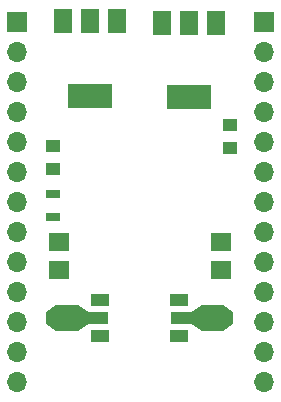
<source format=gbr>
G04 #@! TF.FileFunction,Soldermask,Bot*
%FSLAX46Y46*%
G04 Gerber Fmt 4.6, Leading zero omitted, Abs format (unit mm)*
G04 Created by KiCad (PCBNEW 4.0.7) date Sun Jul  8 16:00:51 2018*
%MOMM*%
%LPD*%
G01*
G04 APERTURE LIST*
%ADD10C,0.100000*%
%ADD11R,1.800000X1.550000*%
%ADD12R,1.250000X1.000000*%
%ADD13R,1.500000X1.000000*%
%ADD14R,1.800000X1.000000*%
%ADD15R,1.840000X2.200000*%
%ADD16R,1.300000X0.700000*%
%ADD17R,3.800000X2.000000*%
%ADD18R,1.500000X2.000000*%
%ADD19R,1.700000X1.700000*%
%ADD20O,1.700000X1.700000*%
G04 APERTURE END LIST*
D10*
D11*
X91186000Y-92297000D03*
X91186000Y-94647000D03*
X104902000Y-92297000D03*
X104902000Y-94647000D03*
D12*
X105664000Y-82312000D03*
X105664000Y-84312000D03*
X90678000Y-86090000D03*
X90678000Y-84090000D03*
D10*
G36*
X90126000Y-98179000D02*
X90976000Y-97579000D01*
X90976000Y-99779000D01*
X90126000Y-99179000D01*
X90126000Y-98179000D01*
X90126000Y-98179000D01*
G37*
D13*
X94698000Y-97179000D03*
D14*
X94551500Y-98679000D03*
D13*
X94698000Y-100179000D03*
D15*
X91884500Y-98679000D03*
D10*
G36*
X93794200Y-99079000D02*
X92794200Y-99779000D01*
X92794200Y-97579000D01*
X93794200Y-98279000D01*
X93794200Y-99079000D01*
X93794200Y-99079000D01*
G37*
G36*
X105962000Y-99179000D02*
X105112000Y-99779000D01*
X105112000Y-97579000D01*
X105962000Y-98179000D01*
X105962000Y-99179000D01*
X105962000Y-99179000D01*
G37*
D13*
X101390000Y-100179000D03*
D14*
X101536500Y-98679000D03*
D13*
X101390000Y-97179000D03*
D15*
X104203500Y-98679000D03*
D10*
G36*
X102293800Y-98279000D02*
X103293800Y-97579000D01*
X103293800Y-99779000D01*
X102293800Y-99079000D01*
X102293800Y-98279000D01*
X102293800Y-98279000D01*
G37*
D16*
X90678000Y-90104000D03*
X90678000Y-88204000D03*
D17*
X93853000Y-79858000D03*
D18*
X93853000Y-73558000D03*
X96153000Y-73558000D03*
X91553000Y-73558000D03*
D17*
X102235000Y-79985000D03*
D18*
X102235000Y-73685000D03*
X104535000Y-73685000D03*
X99935000Y-73685000D03*
D19*
X108585000Y-73660000D03*
D20*
X108585000Y-76200000D03*
X108585000Y-78740000D03*
X108585000Y-81280000D03*
X108585000Y-83820000D03*
X108585000Y-86360000D03*
X108585000Y-88900000D03*
X108585000Y-91440000D03*
X108585000Y-93980000D03*
X108585000Y-96520000D03*
X108585000Y-99060000D03*
X108585000Y-101600000D03*
X108585000Y-104140000D03*
D19*
X87630000Y-73660000D03*
D20*
X87630000Y-76200000D03*
X87630000Y-78740000D03*
X87630000Y-81280000D03*
X87630000Y-83820000D03*
X87630000Y-86360000D03*
X87630000Y-88900000D03*
X87630000Y-91440000D03*
X87630000Y-93980000D03*
X87630000Y-96520000D03*
X87630000Y-99060000D03*
X87630000Y-101600000D03*
X87630000Y-104140000D03*
M02*

</source>
